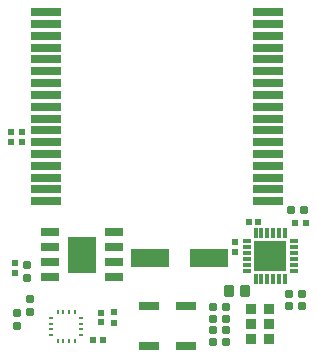
<source format=gtp>
G04*
G04 #@! TF.GenerationSoftware,Altium Limited,Altium Designer,21.8.1 (53)*
G04*
G04 Layer_Color=8421504*
%FSLAX43Y43*%
%MOMM*%
G71*
G04*
G04 #@! TF.SameCoordinates,52961A17-6BC2-4DDE-B822-5F8CA39096D4*
G04*
G04*
G04 #@! TF.FilePolarity,Positive*
G04*
G01*
G75*
%ADD16R,2.540X0.650*%
G04:AMPARAMS|DCode=17|XSize=0.54mm|YSize=0.58mm|CornerRadius=0.068mm|HoleSize=0mm|Usage=FLASHONLY|Rotation=180.000|XOffset=0mm|YOffset=0mm|HoleType=Round|Shape=RoundedRectangle|*
%AMROUNDEDRECTD17*
21,1,0.540,0.445,0,0,180.0*
21,1,0.405,0.580,0,0,180.0*
1,1,0.135,-0.203,0.223*
1,1,0.135,0.203,0.223*
1,1,0.135,0.203,-0.223*
1,1,0.135,-0.203,-0.223*
%
%ADD17ROUNDEDRECTD17*%
G04:AMPARAMS|DCode=18|XSize=0.7mm|YSize=0.6mm|CornerRadius=0.075mm|HoleSize=0mm|Usage=FLASHONLY|Rotation=90.000|XOffset=0mm|YOffset=0mm|HoleType=Round|Shape=RoundedRectangle|*
%AMROUNDEDRECTD18*
21,1,0.700,0.450,0,0,90.0*
21,1,0.550,0.600,0,0,90.0*
1,1,0.150,0.225,0.275*
1,1,0.150,0.225,-0.275*
1,1,0.150,-0.225,-0.275*
1,1,0.150,-0.225,0.275*
%
%ADD18ROUNDEDRECTD18*%
G04:AMPARAMS|DCode=19|XSize=0.55mm|YSize=0.5mm|CornerRadius=0.063mm|HoleSize=0mm|Usage=FLASHONLY|Rotation=180.000|XOffset=0mm|YOffset=0mm|HoleType=Round|Shape=RoundedRectangle|*
%AMROUNDEDRECTD19*
21,1,0.550,0.375,0,0,180.0*
21,1,0.425,0.500,0,0,180.0*
1,1,0.125,-0.213,0.188*
1,1,0.125,0.213,0.188*
1,1,0.125,0.213,-0.188*
1,1,0.125,-0.213,-0.188*
%
%ADD19ROUNDEDRECTD19*%
%ADD20R,1.700X0.800*%
%ADD21R,3.200X1.600*%
%ADD22R,2.700X2.600*%
%ADD23R,0.350X0.850*%
%ADD24R,0.800X0.350*%
%ADD25R,1.525X0.650*%
%ADD26R,2.400X3.100*%
%ADD27R,0.250X0.325*%
%ADD28R,0.325X0.250*%
G04:AMPARAMS|DCode=29|XSize=0.7mm|YSize=0.6mm|CornerRadius=0.075mm|HoleSize=0mm|Usage=FLASHONLY|Rotation=0.000|XOffset=0mm|YOffset=0mm|HoleType=Round|Shape=RoundedRectangle|*
%AMROUNDEDRECTD29*
21,1,0.700,0.450,0,0,0.0*
21,1,0.550,0.600,0,0,0.0*
1,1,0.150,0.275,-0.225*
1,1,0.150,-0.275,-0.225*
1,1,0.150,-0.275,0.225*
1,1,0.150,0.275,0.225*
%
%ADD29ROUNDEDRECTD29*%
G04:AMPARAMS|DCode=30|XSize=0.55mm|YSize=0.5mm|CornerRadius=0.063mm|HoleSize=0mm|Usage=FLASHONLY|Rotation=270.000|XOffset=0mm|YOffset=0mm|HoleType=Round|Shape=RoundedRectangle|*
%AMROUNDEDRECTD30*
21,1,0.550,0.375,0,0,270.0*
21,1,0.425,0.500,0,0,270.0*
1,1,0.125,-0.188,-0.213*
1,1,0.125,-0.188,0.213*
1,1,0.125,0.188,0.213*
1,1,0.125,0.188,-0.213*
%
%ADD30ROUNDEDRECTD30*%
G04:AMPARAMS|DCode=31|XSize=0.95mm|YSize=0.85mm|CornerRadius=0.106mm|HoleSize=0mm|Usage=FLASHONLY|Rotation=270.000|XOffset=0mm|YOffset=0mm|HoleType=Round|Shape=RoundedRectangle|*
%AMROUNDEDRECTD31*
21,1,0.950,0.638,0,0,270.0*
21,1,0.738,0.850,0,0,270.0*
1,1,0.213,-0.319,-0.369*
1,1,0.213,-0.319,0.369*
1,1,0.213,0.319,0.369*
1,1,0.213,0.319,-0.369*
%
%ADD31ROUNDEDRECTD31*%
G04:AMPARAMS|DCode=32|XSize=0.91mm|YSize=0.93mm|CornerRadius=0.114mm|HoleSize=0mm|Usage=FLASHONLY|Rotation=0.000|XOffset=0mm|YOffset=0mm|HoleType=Round|Shape=RoundedRectangle|*
%AMROUNDEDRECTD32*
21,1,0.910,0.703,0,0,0.0*
21,1,0.683,0.930,0,0,0.0*
1,1,0.228,0.341,-0.351*
1,1,0.228,-0.341,-0.351*
1,1,0.228,-0.341,0.351*
1,1,0.228,0.341,0.351*
%
%ADD32ROUNDEDRECTD32*%
G04:AMPARAMS|DCode=33|XSize=0.54mm|YSize=0.58mm|CornerRadius=0.068mm|HoleSize=0mm|Usage=FLASHONLY|Rotation=270.000|XOffset=0mm|YOffset=0mm|HoleType=Round|Shape=RoundedRectangle|*
%AMROUNDEDRECTD33*
21,1,0.540,0.445,0,0,270.0*
21,1,0.405,0.580,0,0,270.0*
1,1,0.135,-0.223,-0.203*
1,1,0.135,-0.223,0.203*
1,1,0.135,0.223,0.203*
1,1,0.135,0.223,-0.203*
%
%ADD33ROUNDEDRECTD33*%
D16*
X26246Y32581D02*
D03*
Y31581D02*
D03*
Y30581D02*
D03*
Y29581D02*
D03*
Y28581D02*
D03*
Y27581D02*
D03*
Y26581D02*
D03*
Y25581D02*
D03*
Y24581D02*
D03*
Y23581D02*
D03*
Y22581D02*
D03*
Y21581D02*
D03*
Y20581D02*
D03*
Y19581D02*
D03*
Y18581D02*
D03*
Y17581D02*
D03*
Y16581D02*
D03*
X7406D02*
D03*
Y17581D02*
D03*
Y18581D02*
D03*
Y19581D02*
D03*
Y20581D02*
D03*
Y21581D02*
D03*
Y22581D02*
D03*
Y23581D02*
D03*
Y24581D02*
D03*
Y25581D02*
D03*
Y26581D02*
D03*
Y27581D02*
D03*
Y28581D02*
D03*
Y29581D02*
D03*
Y30581D02*
D03*
Y31581D02*
D03*
Y32581D02*
D03*
D17*
X4826Y10532D02*
D03*
Y11312D02*
D03*
X23420Y13101D02*
D03*
Y12321D02*
D03*
X12072Y6341D02*
D03*
Y7121D02*
D03*
D18*
X5842Y11218D02*
D03*
Y10118D02*
D03*
X6096Y8297D02*
D03*
Y7197D02*
D03*
X4960Y6054D02*
D03*
Y7154D02*
D03*
D19*
X13215Y6281D02*
D03*
Y7181D02*
D03*
D20*
X16129Y4345D02*
D03*
Y7745D02*
D03*
X19253Y4345D02*
D03*
Y7745D02*
D03*
D21*
X21255Y11811D02*
D03*
X16255D02*
D03*
D22*
X26416Y11938D02*
D03*
D23*
X27666Y9963D02*
D03*
X27166D02*
D03*
X26666D02*
D03*
X26166D02*
D03*
X25666D02*
D03*
X25166D02*
D03*
Y13913D02*
D03*
X25666D02*
D03*
X26166D02*
D03*
X26666D02*
D03*
X27166D02*
D03*
X27666D02*
D03*
D24*
X24416Y10688D02*
D03*
Y11188D02*
D03*
Y11688D02*
D03*
Y12188D02*
D03*
Y12688D02*
D03*
Y13188D02*
D03*
X28416D02*
D03*
Y12688D02*
D03*
Y12188D02*
D03*
Y11688D02*
D03*
Y11188D02*
D03*
Y10688D02*
D03*
D25*
X7788Y13970D02*
D03*
Y12700D02*
D03*
Y11430D02*
D03*
Y10160D02*
D03*
X13212D02*
D03*
Y11430D02*
D03*
Y12700D02*
D03*
Y13970D02*
D03*
D26*
X10500Y12065D02*
D03*
D27*
X8401Y7232D02*
D03*
X8901D02*
D03*
X9401D02*
D03*
X9901D02*
D03*
Y4706D02*
D03*
X9401D02*
D03*
X8901D02*
D03*
X8401D02*
D03*
D28*
X10414Y6719D02*
D03*
Y6219D02*
D03*
Y5719D02*
D03*
Y5219D02*
D03*
X7888D02*
D03*
Y5719D02*
D03*
Y6219D02*
D03*
Y6719D02*
D03*
D29*
X22648Y4699D02*
D03*
X21548D02*
D03*
X22648Y5715D02*
D03*
X21548D02*
D03*
X22648Y6604D02*
D03*
X21548D02*
D03*
X29125Y7747D02*
D03*
X28025D02*
D03*
X29125Y8763D02*
D03*
X28025D02*
D03*
X22648Y7620D02*
D03*
X21548D02*
D03*
X28145Y15868D02*
D03*
X29245D02*
D03*
D30*
X5403Y22479D02*
D03*
X4503D02*
D03*
X5403Y21590D02*
D03*
X4503D02*
D03*
X12268Y4826D02*
D03*
X11368D02*
D03*
X29406Y14732D02*
D03*
X28506D02*
D03*
D31*
X22947Y9017D02*
D03*
X24297D02*
D03*
D32*
X24767Y7493D02*
D03*
X26287D02*
D03*
X24767Y6223D02*
D03*
X26287D02*
D03*
X24767Y4953D02*
D03*
X26287D02*
D03*
D33*
X24629Y14859D02*
D03*
X25409D02*
D03*
M02*

</source>
